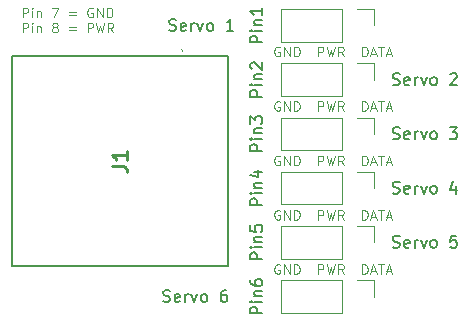
<source format=gbr>
%TF.GenerationSoftware,KiCad,Pcbnew,9.0.1*%
%TF.CreationDate,2025-04-27T11:51:01-04:00*%
%TF.ProjectId,ServoBreakout,53657276-6f42-4726-9561-6b6f75742e6b,rev?*%
%TF.SameCoordinates,Original*%
%TF.FileFunction,Legend,Top*%
%TF.FilePolarity,Positive*%
%FSLAX46Y46*%
G04 Gerber Fmt 4.6, Leading zero omitted, Abs format (unit mm)*
G04 Created by KiCad (PCBNEW 9.0.1) date 2025-04-27 11:51:01*
%MOMM*%
%LPD*%
G01*
G04 APERTURE LIST*
%ADD10C,0.100000*%
%ADD11C,0.254000*%
%ADD12C,0.150000*%
%ADD13C,0.200000*%
%ADD14C,0.120000*%
G04 APERTURE END LIST*
D10*
X123230312Y-89812990D02*
X123154122Y-89774895D01*
X123154122Y-89774895D02*
X123039836Y-89774895D01*
X123039836Y-89774895D02*
X122925550Y-89812990D01*
X122925550Y-89812990D02*
X122849360Y-89889180D01*
X122849360Y-89889180D02*
X122811265Y-89965371D01*
X122811265Y-89965371D02*
X122773169Y-90117752D01*
X122773169Y-90117752D02*
X122773169Y-90232038D01*
X122773169Y-90232038D02*
X122811265Y-90384419D01*
X122811265Y-90384419D02*
X122849360Y-90460609D01*
X122849360Y-90460609D02*
X122925550Y-90536800D01*
X122925550Y-90536800D02*
X123039836Y-90574895D01*
X123039836Y-90574895D02*
X123116027Y-90574895D01*
X123116027Y-90574895D02*
X123230312Y-90536800D01*
X123230312Y-90536800D02*
X123268408Y-90498704D01*
X123268408Y-90498704D02*
X123268408Y-90232038D01*
X123268408Y-90232038D02*
X123116027Y-90232038D01*
X123611265Y-90574895D02*
X123611265Y-89774895D01*
X123611265Y-89774895D02*
X124068408Y-90574895D01*
X124068408Y-90574895D02*
X124068408Y-89774895D01*
X124449360Y-90574895D02*
X124449360Y-89774895D01*
X124449360Y-89774895D02*
X124639836Y-89774895D01*
X124639836Y-89774895D02*
X124754122Y-89812990D01*
X124754122Y-89812990D02*
X124830312Y-89889180D01*
X124830312Y-89889180D02*
X124868407Y-89965371D01*
X124868407Y-89965371D02*
X124906503Y-90117752D01*
X124906503Y-90117752D02*
X124906503Y-90232038D01*
X124906503Y-90232038D02*
X124868407Y-90384419D01*
X124868407Y-90384419D02*
X124830312Y-90460609D01*
X124830312Y-90460609D02*
X124754122Y-90536800D01*
X124754122Y-90536800D02*
X124639836Y-90574895D01*
X124639836Y-90574895D02*
X124449360Y-90574895D01*
X126468408Y-90574895D02*
X126468408Y-89774895D01*
X126468408Y-89774895D02*
X126773170Y-89774895D01*
X126773170Y-89774895D02*
X126849360Y-89812990D01*
X126849360Y-89812990D02*
X126887455Y-89851085D01*
X126887455Y-89851085D02*
X126925551Y-89927276D01*
X126925551Y-89927276D02*
X126925551Y-90041561D01*
X126925551Y-90041561D02*
X126887455Y-90117752D01*
X126887455Y-90117752D02*
X126849360Y-90155847D01*
X126849360Y-90155847D02*
X126773170Y-90193942D01*
X126773170Y-90193942D02*
X126468408Y-90193942D01*
X127192217Y-89774895D02*
X127382693Y-90574895D01*
X127382693Y-90574895D02*
X127535074Y-90003466D01*
X127535074Y-90003466D02*
X127687455Y-90574895D01*
X127687455Y-90574895D02*
X127877932Y-89774895D01*
X128639837Y-90574895D02*
X128373170Y-90193942D01*
X128182694Y-90574895D02*
X128182694Y-89774895D01*
X128182694Y-89774895D02*
X128487456Y-89774895D01*
X128487456Y-89774895D02*
X128563646Y-89812990D01*
X128563646Y-89812990D02*
X128601741Y-89851085D01*
X128601741Y-89851085D02*
X128639837Y-89927276D01*
X128639837Y-89927276D02*
X128639837Y-90041561D01*
X128639837Y-90041561D02*
X128601741Y-90117752D01*
X128601741Y-90117752D02*
X128563646Y-90155847D01*
X128563646Y-90155847D02*
X128487456Y-90193942D01*
X128487456Y-90193942D02*
X128182694Y-90193942D01*
X130201742Y-90574895D02*
X130201742Y-89774895D01*
X130201742Y-89774895D02*
X130392218Y-89774895D01*
X130392218Y-89774895D02*
X130506504Y-89812990D01*
X130506504Y-89812990D02*
X130582694Y-89889180D01*
X130582694Y-89889180D02*
X130620789Y-89965371D01*
X130620789Y-89965371D02*
X130658885Y-90117752D01*
X130658885Y-90117752D02*
X130658885Y-90232038D01*
X130658885Y-90232038D02*
X130620789Y-90384419D01*
X130620789Y-90384419D02*
X130582694Y-90460609D01*
X130582694Y-90460609D02*
X130506504Y-90536800D01*
X130506504Y-90536800D02*
X130392218Y-90574895D01*
X130392218Y-90574895D02*
X130201742Y-90574895D01*
X130963646Y-90346323D02*
X131344599Y-90346323D01*
X130887456Y-90574895D02*
X131154123Y-89774895D01*
X131154123Y-89774895D02*
X131420789Y-90574895D01*
X131573170Y-89774895D02*
X132030313Y-89774895D01*
X131801741Y-90574895D02*
X131801741Y-89774895D01*
X132258884Y-90346323D02*
X132639837Y-90346323D01*
X132182694Y-90574895D02*
X132449361Y-89774895D01*
X132449361Y-89774895D02*
X132716027Y-90574895D01*
X123230312Y-85209240D02*
X123154122Y-85171145D01*
X123154122Y-85171145D02*
X123039836Y-85171145D01*
X123039836Y-85171145D02*
X122925550Y-85209240D01*
X122925550Y-85209240D02*
X122849360Y-85285430D01*
X122849360Y-85285430D02*
X122811265Y-85361621D01*
X122811265Y-85361621D02*
X122773169Y-85514002D01*
X122773169Y-85514002D02*
X122773169Y-85628288D01*
X122773169Y-85628288D02*
X122811265Y-85780669D01*
X122811265Y-85780669D02*
X122849360Y-85856859D01*
X122849360Y-85856859D02*
X122925550Y-85933050D01*
X122925550Y-85933050D02*
X123039836Y-85971145D01*
X123039836Y-85971145D02*
X123116027Y-85971145D01*
X123116027Y-85971145D02*
X123230312Y-85933050D01*
X123230312Y-85933050D02*
X123268408Y-85894954D01*
X123268408Y-85894954D02*
X123268408Y-85628288D01*
X123268408Y-85628288D02*
X123116027Y-85628288D01*
X123611265Y-85971145D02*
X123611265Y-85171145D01*
X123611265Y-85171145D02*
X124068408Y-85971145D01*
X124068408Y-85971145D02*
X124068408Y-85171145D01*
X124449360Y-85971145D02*
X124449360Y-85171145D01*
X124449360Y-85171145D02*
X124639836Y-85171145D01*
X124639836Y-85171145D02*
X124754122Y-85209240D01*
X124754122Y-85209240D02*
X124830312Y-85285430D01*
X124830312Y-85285430D02*
X124868407Y-85361621D01*
X124868407Y-85361621D02*
X124906503Y-85514002D01*
X124906503Y-85514002D02*
X124906503Y-85628288D01*
X124906503Y-85628288D02*
X124868407Y-85780669D01*
X124868407Y-85780669D02*
X124830312Y-85856859D01*
X124830312Y-85856859D02*
X124754122Y-85933050D01*
X124754122Y-85933050D02*
X124639836Y-85971145D01*
X124639836Y-85971145D02*
X124449360Y-85971145D01*
X126468408Y-85971145D02*
X126468408Y-85171145D01*
X126468408Y-85171145D02*
X126773170Y-85171145D01*
X126773170Y-85171145D02*
X126849360Y-85209240D01*
X126849360Y-85209240D02*
X126887455Y-85247335D01*
X126887455Y-85247335D02*
X126925551Y-85323526D01*
X126925551Y-85323526D02*
X126925551Y-85437811D01*
X126925551Y-85437811D02*
X126887455Y-85514002D01*
X126887455Y-85514002D02*
X126849360Y-85552097D01*
X126849360Y-85552097D02*
X126773170Y-85590192D01*
X126773170Y-85590192D02*
X126468408Y-85590192D01*
X127192217Y-85171145D02*
X127382693Y-85971145D01*
X127382693Y-85971145D02*
X127535074Y-85399716D01*
X127535074Y-85399716D02*
X127687455Y-85971145D01*
X127687455Y-85971145D02*
X127877932Y-85171145D01*
X128639837Y-85971145D02*
X128373170Y-85590192D01*
X128182694Y-85971145D02*
X128182694Y-85171145D01*
X128182694Y-85171145D02*
X128487456Y-85171145D01*
X128487456Y-85171145D02*
X128563646Y-85209240D01*
X128563646Y-85209240D02*
X128601741Y-85247335D01*
X128601741Y-85247335D02*
X128639837Y-85323526D01*
X128639837Y-85323526D02*
X128639837Y-85437811D01*
X128639837Y-85437811D02*
X128601741Y-85514002D01*
X128601741Y-85514002D02*
X128563646Y-85552097D01*
X128563646Y-85552097D02*
X128487456Y-85590192D01*
X128487456Y-85590192D02*
X128182694Y-85590192D01*
X130201742Y-85971145D02*
X130201742Y-85171145D01*
X130201742Y-85171145D02*
X130392218Y-85171145D01*
X130392218Y-85171145D02*
X130506504Y-85209240D01*
X130506504Y-85209240D02*
X130582694Y-85285430D01*
X130582694Y-85285430D02*
X130620789Y-85361621D01*
X130620789Y-85361621D02*
X130658885Y-85514002D01*
X130658885Y-85514002D02*
X130658885Y-85628288D01*
X130658885Y-85628288D02*
X130620789Y-85780669D01*
X130620789Y-85780669D02*
X130582694Y-85856859D01*
X130582694Y-85856859D02*
X130506504Y-85933050D01*
X130506504Y-85933050D02*
X130392218Y-85971145D01*
X130392218Y-85971145D02*
X130201742Y-85971145D01*
X130963646Y-85742573D02*
X131344599Y-85742573D01*
X130887456Y-85971145D02*
X131154123Y-85171145D01*
X131154123Y-85171145D02*
X131420789Y-85971145D01*
X131573170Y-85171145D02*
X132030313Y-85171145D01*
X131801741Y-85971145D02*
X131801741Y-85171145D01*
X132258884Y-85742573D02*
X132639837Y-85742573D01*
X132182694Y-85971145D02*
X132449361Y-85171145D01*
X132449361Y-85171145D02*
X132716027Y-85971145D01*
X123230312Y-76001740D02*
X123154122Y-75963645D01*
X123154122Y-75963645D02*
X123039836Y-75963645D01*
X123039836Y-75963645D02*
X122925550Y-76001740D01*
X122925550Y-76001740D02*
X122849360Y-76077930D01*
X122849360Y-76077930D02*
X122811265Y-76154121D01*
X122811265Y-76154121D02*
X122773169Y-76306502D01*
X122773169Y-76306502D02*
X122773169Y-76420788D01*
X122773169Y-76420788D02*
X122811265Y-76573169D01*
X122811265Y-76573169D02*
X122849360Y-76649359D01*
X122849360Y-76649359D02*
X122925550Y-76725550D01*
X122925550Y-76725550D02*
X123039836Y-76763645D01*
X123039836Y-76763645D02*
X123116027Y-76763645D01*
X123116027Y-76763645D02*
X123230312Y-76725550D01*
X123230312Y-76725550D02*
X123268408Y-76687454D01*
X123268408Y-76687454D02*
X123268408Y-76420788D01*
X123268408Y-76420788D02*
X123116027Y-76420788D01*
X123611265Y-76763645D02*
X123611265Y-75963645D01*
X123611265Y-75963645D02*
X124068408Y-76763645D01*
X124068408Y-76763645D02*
X124068408Y-75963645D01*
X124449360Y-76763645D02*
X124449360Y-75963645D01*
X124449360Y-75963645D02*
X124639836Y-75963645D01*
X124639836Y-75963645D02*
X124754122Y-76001740D01*
X124754122Y-76001740D02*
X124830312Y-76077930D01*
X124830312Y-76077930D02*
X124868407Y-76154121D01*
X124868407Y-76154121D02*
X124906503Y-76306502D01*
X124906503Y-76306502D02*
X124906503Y-76420788D01*
X124906503Y-76420788D02*
X124868407Y-76573169D01*
X124868407Y-76573169D02*
X124830312Y-76649359D01*
X124830312Y-76649359D02*
X124754122Y-76725550D01*
X124754122Y-76725550D02*
X124639836Y-76763645D01*
X124639836Y-76763645D02*
X124449360Y-76763645D01*
X126468408Y-76763645D02*
X126468408Y-75963645D01*
X126468408Y-75963645D02*
X126773170Y-75963645D01*
X126773170Y-75963645D02*
X126849360Y-76001740D01*
X126849360Y-76001740D02*
X126887455Y-76039835D01*
X126887455Y-76039835D02*
X126925551Y-76116026D01*
X126925551Y-76116026D02*
X126925551Y-76230311D01*
X126925551Y-76230311D02*
X126887455Y-76306502D01*
X126887455Y-76306502D02*
X126849360Y-76344597D01*
X126849360Y-76344597D02*
X126773170Y-76382692D01*
X126773170Y-76382692D02*
X126468408Y-76382692D01*
X127192217Y-75963645D02*
X127382693Y-76763645D01*
X127382693Y-76763645D02*
X127535074Y-76192216D01*
X127535074Y-76192216D02*
X127687455Y-76763645D01*
X127687455Y-76763645D02*
X127877932Y-75963645D01*
X128639837Y-76763645D02*
X128373170Y-76382692D01*
X128182694Y-76763645D02*
X128182694Y-75963645D01*
X128182694Y-75963645D02*
X128487456Y-75963645D01*
X128487456Y-75963645D02*
X128563646Y-76001740D01*
X128563646Y-76001740D02*
X128601741Y-76039835D01*
X128601741Y-76039835D02*
X128639837Y-76116026D01*
X128639837Y-76116026D02*
X128639837Y-76230311D01*
X128639837Y-76230311D02*
X128601741Y-76306502D01*
X128601741Y-76306502D02*
X128563646Y-76344597D01*
X128563646Y-76344597D02*
X128487456Y-76382692D01*
X128487456Y-76382692D02*
X128182694Y-76382692D01*
X130201742Y-76763645D02*
X130201742Y-75963645D01*
X130201742Y-75963645D02*
X130392218Y-75963645D01*
X130392218Y-75963645D02*
X130506504Y-76001740D01*
X130506504Y-76001740D02*
X130582694Y-76077930D01*
X130582694Y-76077930D02*
X130620789Y-76154121D01*
X130620789Y-76154121D02*
X130658885Y-76306502D01*
X130658885Y-76306502D02*
X130658885Y-76420788D01*
X130658885Y-76420788D02*
X130620789Y-76573169D01*
X130620789Y-76573169D02*
X130582694Y-76649359D01*
X130582694Y-76649359D02*
X130506504Y-76725550D01*
X130506504Y-76725550D02*
X130392218Y-76763645D01*
X130392218Y-76763645D02*
X130201742Y-76763645D01*
X130963646Y-76535073D02*
X131344599Y-76535073D01*
X130887456Y-76763645D02*
X131154123Y-75963645D01*
X131154123Y-75963645D02*
X131420789Y-76763645D01*
X131573170Y-75963645D02*
X132030313Y-75963645D01*
X131801741Y-76763645D02*
X131801741Y-75963645D01*
X132258884Y-76535073D02*
X132639837Y-76535073D01*
X132182694Y-76763645D02*
X132449361Y-75963645D01*
X132449361Y-75963645D02*
X132716027Y-76763645D01*
X123230312Y-80605490D02*
X123154122Y-80567395D01*
X123154122Y-80567395D02*
X123039836Y-80567395D01*
X123039836Y-80567395D02*
X122925550Y-80605490D01*
X122925550Y-80605490D02*
X122849360Y-80681680D01*
X122849360Y-80681680D02*
X122811265Y-80757871D01*
X122811265Y-80757871D02*
X122773169Y-80910252D01*
X122773169Y-80910252D02*
X122773169Y-81024538D01*
X122773169Y-81024538D02*
X122811265Y-81176919D01*
X122811265Y-81176919D02*
X122849360Y-81253109D01*
X122849360Y-81253109D02*
X122925550Y-81329300D01*
X122925550Y-81329300D02*
X123039836Y-81367395D01*
X123039836Y-81367395D02*
X123116027Y-81367395D01*
X123116027Y-81367395D02*
X123230312Y-81329300D01*
X123230312Y-81329300D02*
X123268408Y-81291204D01*
X123268408Y-81291204D02*
X123268408Y-81024538D01*
X123268408Y-81024538D02*
X123116027Y-81024538D01*
X123611265Y-81367395D02*
X123611265Y-80567395D01*
X123611265Y-80567395D02*
X124068408Y-81367395D01*
X124068408Y-81367395D02*
X124068408Y-80567395D01*
X124449360Y-81367395D02*
X124449360Y-80567395D01*
X124449360Y-80567395D02*
X124639836Y-80567395D01*
X124639836Y-80567395D02*
X124754122Y-80605490D01*
X124754122Y-80605490D02*
X124830312Y-80681680D01*
X124830312Y-80681680D02*
X124868407Y-80757871D01*
X124868407Y-80757871D02*
X124906503Y-80910252D01*
X124906503Y-80910252D02*
X124906503Y-81024538D01*
X124906503Y-81024538D02*
X124868407Y-81176919D01*
X124868407Y-81176919D02*
X124830312Y-81253109D01*
X124830312Y-81253109D02*
X124754122Y-81329300D01*
X124754122Y-81329300D02*
X124639836Y-81367395D01*
X124639836Y-81367395D02*
X124449360Y-81367395D01*
X126468408Y-81367395D02*
X126468408Y-80567395D01*
X126468408Y-80567395D02*
X126773170Y-80567395D01*
X126773170Y-80567395D02*
X126849360Y-80605490D01*
X126849360Y-80605490D02*
X126887455Y-80643585D01*
X126887455Y-80643585D02*
X126925551Y-80719776D01*
X126925551Y-80719776D02*
X126925551Y-80834061D01*
X126925551Y-80834061D02*
X126887455Y-80910252D01*
X126887455Y-80910252D02*
X126849360Y-80948347D01*
X126849360Y-80948347D02*
X126773170Y-80986442D01*
X126773170Y-80986442D02*
X126468408Y-80986442D01*
X127192217Y-80567395D02*
X127382693Y-81367395D01*
X127382693Y-81367395D02*
X127535074Y-80795966D01*
X127535074Y-80795966D02*
X127687455Y-81367395D01*
X127687455Y-81367395D02*
X127877932Y-80567395D01*
X128639837Y-81367395D02*
X128373170Y-80986442D01*
X128182694Y-81367395D02*
X128182694Y-80567395D01*
X128182694Y-80567395D02*
X128487456Y-80567395D01*
X128487456Y-80567395D02*
X128563646Y-80605490D01*
X128563646Y-80605490D02*
X128601741Y-80643585D01*
X128601741Y-80643585D02*
X128639837Y-80719776D01*
X128639837Y-80719776D02*
X128639837Y-80834061D01*
X128639837Y-80834061D02*
X128601741Y-80910252D01*
X128601741Y-80910252D02*
X128563646Y-80948347D01*
X128563646Y-80948347D02*
X128487456Y-80986442D01*
X128487456Y-80986442D02*
X128182694Y-80986442D01*
X130201742Y-81367395D02*
X130201742Y-80567395D01*
X130201742Y-80567395D02*
X130392218Y-80567395D01*
X130392218Y-80567395D02*
X130506504Y-80605490D01*
X130506504Y-80605490D02*
X130582694Y-80681680D01*
X130582694Y-80681680D02*
X130620789Y-80757871D01*
X130620789Y-80757871D02*
X130658885Y-80910252D01*
X130658885Y-80910252D02*
X130658885Y-81024538D01*
X130658885Y-81024538D02*
X130620789Y-81176919D01*
X130620789Y-81176919D02*
X130582694Y-81253109D01*
X130582694Y-81253109D02*
X130506504Y-81329300D01*
X130506504Y-81329300D02*
X130392218Y-81367395D01*
X130392218Y-81367395D02*
X130201742Y-81367395D01*
X130963646Y-81138823D02*
X131344599Y-81138823D01*
X130887456Y-81367395D02*
X131154123Y-80567395D01*
X131154123Y-80567395D02*
X131420789Y-81367395D01*
X131573170Y-80567395D02*
X132030313Y-80567395D01*
X131801741Y-81367395D02*
X131801741Y-80567395D01*
X132258884Y-81138823D02*
X132639837Y-81138823D01*
X132182694Y-81367395D02*
X132449361Y-80567395D01*
X132449361Y-80567395D02*
X132716027Y-81367395D01*
X123230312Y-71397990D02*
X123154122Y-71359895D01*
X123154122Y-71359895D02*
X123039836Y-71359895D01*
X123039836Y-71359895D02*
X122925550Y-71397990D01*
X122925550Y-71397990D02*
X122849360Y-71474180D01*
X122849360Y-71474180D02*
X122811265Y-71550371D01*
X122811265Y-71550371D02*
X122773169Y-71702752D01*
X122773169Y-71702752D02*
X122773169Y-71817038D01*
X122773169Y-71817038D02*
X122811265Y-71969419D01*
X122811265Y-71969419D02*
X122849360Y-72045609D01*
X122849360Y-72045609D02*
X122925550Y-72121800D01*
X122925550Y-72121800D02*
X123039836Y-72159895D01*
X123039836Y-72159895D02*
X123116027Y-72159895D01*
X123116027Y-72159895D02*
X123230312Y-72121800D01*
X123230312Y-72121800D02*
X123268408Y-72083704D01*
X123268408Y-72083704D02*
X123268408Y-71817038D01*
X123268408Y-71817038D02*
X123116027Y-71817038D01*
X123611265Y-72159895D02*
X123611265Y-71359895D01*
X123611265Y-71359895D02*
X124068408Y-72159895D01*
X124068408Y-72159895D02*
X124068408Y-71359895D01*
X124449360Y-72159895D02*
X124449360Y-71359895D01*
X124449360Y-71359895D02*
X124639836Y-71359895D01*
X124639836Y-71359895D02*
X124754122Y-71397990D01*
X124754122Y-71397990D02*
X124830312Y-71474180D01*
X124830312Y-71474180D02*
X124868407Y-71550371D01*
X124868407Y-71550371D02*
X124906503Y-71702752D01*
X124906503Y-71702752D02*
X124906503Y-71817038D01*
X124906503Y-71817038D02*
X124868407Y-71969419D01*
X124868407Y-71969419D02*
X124830312Y-72045609D01*
X124830312Y-72045609D02*
X124754122Y-72121800D01*
X124754122Y-72121800D02*
X124639836Y-72159895D01*
X124639836Y-72159895D02*
X124449360Y-72159895D01*
X126468408Y-72159895D02*
X126468408Y-71359895D01*
X126468408Y-71359895D02*
X126773170Y-71359895D01*
X126773170Y-71359895D02*
X126849360Y-71397990D01*
X126849360Y-71397990D02*
X126887455Y-71436085D01*
X126887455Y-71436085D02*
X126925551Y-71512276D01*
X126925551Y-71512276D02*
X126925551Y-71626561D01*
X126925551Y-71626561D02*
X126887455Y-71702752D01*
X126887455Y-71702752D02*
X126849360Y-71740847D01*
X126849360Y-71740847D02*
X126773170Y-71778942D01*
X126773170Y-71778942D02*
X126468408Y-71778942D01*
X127192217Y-71359895D02*
X127382693Y-72159895D01*
X127382693Y-72159895D02*
X127535074Y-71588466D01*
X127535074Y-71588466D02*
X127687455Y-72159895D01*
X127687455Y-72159895D02*
X127877932Y-71359895D01*
X128639837Y-72159895D02*
X128373170Y-71778942D01*
X128182694Y-72159895D02*
X128182694Y-71359895D01*
X128182694Y-71359895D02*
X128487456Y-71359895D01*
X128487456Y-71359895D02*
X128563646Y-71397990D01*
X128563646Y-71397990D02*
X128601741Y-71436085D01*
X128601741Y-71436085D02*
X128639837Y-71512276D01*
X128639837Y-71512276D02*
X128639837Y-71626561D01*
X128639837Y-71626561D02*
X128601741Y-71702752D01*
X128601741Y-71702752D02*
X128563646Y-71740847D01*
X128563646Y-71740847D02*
X128487456Y-71778942D01*
X128487456Y-71778942D02*
X128182694Y-71778942D01*
X130201742Y-72159895D02*
X130201742Y-71359895D01*
X130201742Y-71359895D02*
X130392218Y-71359895D01*
X130392218Y-71359895D02*
X130506504Y-71397990D01*
X130506504Y-71397990D02*
X130582694Y-71474180D01*
X130582694Y-71474180D02*
X130620789Y-71550371D01*
X130620789Y-71550371D02*
X130658885Y-71702752D01*
X130658885Y-71702752D02*
X130658885Y-71817038D01*
X130658885Y-71817038D02*
X130620789Y-71969419D01*
X130620789Y-71969419D02*
X130582694Y-72045609D01*
X130582694Y-72045609D02*
X130506504Y-72121800D01*
X130506504Y-72121800D02*
X130392218Y-72159895D01*
X130392218Y-72159895D02*
X130201742Y-72159895D01*
X130963646Y-71931323D02*
X131344599Y-71931323D01*
X130887456Y-72159895D02*
X131154123Y-71359895D01*
X131154123Y-71359895D02*
X131420789Y-72159895D01*
X131573170Y-71359895D02*
X132030313Y-71359895D01*
X131801741Y-72159895D02*
X131801741Y-71359895D01*
X132258884Y-71931323D02*
X132639837Y-71931323D01*
X132182694Y-72159895D02*
X132449361Y-71359895D01*
X132449361Y-71359895D02*
X132716027Y-72159895D01*
X101475265Y-68839940D02*
X101475265Y-68039940D01*
X101475265Y-68039940D02*
X101780027Y-68039940D01*
X101780027Y-68039940D02*
X101856217Y-68078035D01*
X101856217Y-68078035D02*
X101894312Y-68116130D01*
X101894312Y-68116130D02*
X101932408Y-68192321D01*
X101932408Y-68192321D02*
X101932408Y-68306606D01*
X101932408Y-68306606D02*
X101894312Y-68382797D01*
X101894312Y-68382797D02*
X101856217Y-68420892D01*
X101856217Y-68420892D02*
X101780027Y-68458987D01*
X101780027Y-68458987D02*
X101475265Y-68458987D01*
X102275265Y-68839940D02*
X102275265Y-68306606D01*
X102275265Y-68039940D02*
X102237169Y-68078035D01*
X102237169Y-68078035D02*
X102275265Y-68116130D01*
X102275265Y-68116130D02*
X102313360Y-68078035D01*
X102313360Y-68078035D02*
X102275265Y-68039940D01*
X102275265Y-68039940D02*
X102275265Y-68116130D01*
X102656217Y-68306606D02*
X102656217Y-68839940D01*
X102656217Y-68382797D02*
X102694312Y-68344702D01*
X102694312Y-68344702D02*
X102770502Y-68306606D01*
X102770502Y-68306606D02*
X102884788Y-68306606D01*
X102884788Y-68306606D02*
X102960979Y-68344702D01*
X102960979Y-68344702D02*
X102999074Y-68420892D01*
X102999074Y-68420892D02*
X102999074Y-68839940D01*
X103913360Y-68039940D02*
X104446694Y-68039940D01*
X104446694Y-68039940D02*
X104103836Y-68839940D01*
X105360980Y-68420892D02*
X105970504Y-68420892D01*
X105970504Y-68649464D02*
X105360980Y-68649464D01*
X107380027Y-68078035D02*
X107303837Y-68039940D01*
X107303837Y-68039940D02*
X107189551Y-68039940D01*
X107189551Y-68039940D02*
X107075265Y-68078035D01*
X107075265Y-68078035D02*
X106999075Y-68154225D01*
X106999075Y-68154225D02*
X106960980Y-68230416D01*
X106960980Y-68230416D02*
X106922884Y-68382797D01*
X106922884Y-68382797D02*
X106922884Y-68497083D01*
X106922884Y-68497083D02*
X106960980Y-68649464D01*
X106960980Y-68649464D02*
X106999075Y-68725654D01*
X106999075Y-68725654D02*
X107075265Y-68801845D01*
X107075265Y-68801845D02*
X107189551Y-68839940D01*
X107189551Y-68839940D02*
X107265742Y-68839940D01*
X107265742Y-68839940D02*
X107380027Y-68801845D01*
X107380027Y-68801845D02*
X107418123Y-68763749D01*
X107418123Y-68763749D02*
X107418123Y-68497083D01*
X107418123Y-68497083D02*
X107265742Y-68497083D01*
X107760980Y-68839940D02*
X107760980Y-68039940D01*
X107760980Y-68039940D02*
X108218123Y-68839940D01*
X108218123Y-68839940D02*
X108218123Y-68039940D01*
X108599075Y-68839940D02*
X108599075Y-68039940D01*
X108599075Y-68039940D02*
X108789551Y-68039940D01*
X108789551Y-68039940D02*
X108903837Y-68078035D01*
X108903837Y-68078035D02*
X108980027Y-68154225D01*
X108980027Y-68154225D02*
X109018122Y-68230416D01*
X109018122Y-68230416D02*
X109056218Y-68382797D01*
X109056218Y-68382797D02*
X109056218Y-68497083D01*
X109056218Y-68497083D02*
X109018122Y-68649464D01*
X109018122Y-68649464D02*
X108980027Y-68725654D01*
X108980027Y-68725654D02*
X108903837Y-68801845D01*
X108903837Y-68801845D02*
X108789551Y-68839940D01*
X108789551Y-68839940D02*
X108599075Y-68839940D01*
X101475265Y-70127895D02*
X101475265Y-69327895D01*
X101475265Y-69327895D02*
X101780027Y-69327895D01*
X101780027Y-69327895D02*
X101856217Y-69365990D01*
X101856217Y-69365990D02*
X101894312Y-69404085D01*
X101894312Y-69404085D02*
X101932408Y-69480276D01*
X101932408Y-69480276D02*
X101932408Y-69594561D01*
X101932408Y-69594561D02*
X101894312Y-69670752D01*
X101894312Y-69670752D02*
X101856217Y-69708847D01*
X101856217Y-69708847D02*
X101780027Y-69746942D01*
X101780027Y-69746942D02*
X101475265Y-69746942D01*
X102275265Y-70127895D02*
X102275265Y-69594561D01*
X102275265Y-69327895D02*
X102237169Y-69365990D01*
X102237169Y-69365990D02*
X102275265Y-69404085D01*
X102275265Y-69404085D02*
X102313360Y-69365990D01*
X102313360Y-69365990D02*
X102275265Y-69327895D01*
X102275265Y-69327895D02*
X102275265Y-69404085D01*
X102656217Y-69594561D02*
X102656217Y-70127895D01*
X102656217Y-69670752D02*
X102694312Y-69632657D01*
X102694312Y-69632657D02*
X102770502Y-69594561D01*
X102770502Y-69594561D02*
X102884788Y-69594561D01*
X102884788Y-69594561D02*
X102960979Y-69632657D01*
X102960979Y-69632657D02*
X102999074Y-69708847D01*
X102999074Y-69708847D02*
X102999074Y-70127895D01*
X104103836Y-69670752D02*
X104027646Y-69632657D01*
X104027646Y-69632657D02*
X103989551Y-69594561D01*
X103989551Y-69594561D02*
X103951455Y-69518371D01*
X103951455Y-69518371D02*
X103951455Y-69480276D01*
X103951455Y-69480276D02*
X103989551Y-69404085D01*
X103989551Y-69404085D02*
X104027646Y-69365990D01*
X104027646Y-69365990D02*
X104103836Y-69327895D01*
X104103836Y-69327895D02*
X104256217Y-69327895D01*
X104256217Y-69327895D02*
X104332408Y-69365990D01*
X104332408Y-69365990D02*
X104370503Y-69404085D01*
X104370503Y-69404085D02*
X104408598Y-69480276D01*
X104408598Y-69480276D02*
X104408598Y-69518371D01*
X104408598Y-69518371D02*
X104370503Y-69594561D01*
X104370503Y-69594561D02*
X104332408Y-69632657D01*
X104332408Y-69632657D02*
X104256217Y-69670752D01*
X104256217Y-69670752D02*
X104103836Y-69670752D01*
X104103836Y-69670752D02*
X104027646Y-69708847D01*
X104027646Y-69708847D02*
X103989551Y-69746942D01*
X103989551Y-69746942D02*
X103951455Y-69823133D01*
X103951455Y-69823133D02*
X103951455Y-69975514D01*
X103951455Y-69975514D02*
X103989551Y-70051704D01*
X103989551Y-70051704D02*
X104027646Y-70089800D01*
X104027646Y-70089800D02*
X104103836Y-70127895D01*
X104103836Y-70127895D02*
X104256217Y-70127895D01*
X104256217Y-70127895D02*
X104332408Y-70089800D01*
X104332408Y-70089800D02*
X104370503Y-70051704D01*
X104370503Y-70051704D02*
X104408598Y-69975514D01*
X104408598Y-69975514D02*
X104408598Y-69823133D01*
X104408598Y-69823133D02*
X104370503Y-69746942D01*
X104370503Y-69746942D02*
X104332408Y-69708847D01*
X104332408Y-69708847D02*
X104256217Y-69670752D01*
X105360980Y-69708847D02*
X105970504Y-69708847D01*
X105970504Y-69937419D02*
X105360980Y-69937419D01*
X106960980Y-70127895D02*
X106960980Y-69327895D01*
X106960980Y-69327895D02*
X107265742Y-69327895D01*
X107265742Y-69327895D02*
X107341932Y-69365990D01*
X107341932Y-69365990D02*
X107380027Y-69404085D01*
X107380027Y-69404085D02*
X107418123Y-69480276D01*
X107418123Y-69480276D02*
X107418123Y-69594561D01*
X107418123Y-69594561D02*
X107380027Y-69670752D01*
X107380027Y-69670752D02*
X107341932Y-69708847D01*
X107341932Y-69708847D02*
X107265742Y-69746942D01*
X107265742Y-69746942D02*
X106960980Y-69746942D01*
X107684789Y-69327895D02*
X107875265Y-70127895D01*
X107875265Y-70127895D02*
X108027646Y-69556466D01*
X108027646Y-69556466D02*
X108180027Y-70127895D01*
X108180027Y-70127895D02*
X108370504Y-69327895D01*
X109132409Y-70127895D02*
X108865742Y-69746942D01*
X108675266Y-70127895D02*
X108675266Y-69327895D01*
X108675266Y-69327895D02*
X108980028Y-69327895D01*
X108980028Y-69327895D02*
X109056218Y-69365990D01*
X109056218Y-69365990D02*
X109094313Y-69404085D01*
X109094313Y-69404085D02*
X109132409Y-69480276D01*
X109132409Y-69480276D02*
X109132409Y-69594561D01*
X109132409Y-69594561D02*
X109094313Y-69670752D01*
X109094313Y-69670752D02*
X109056218Y-69708847D01*
X109056218Y-69708847D02*
X108980028Y-69746942D01*
X108980028Y-69746942D02*
X108675266Y-69746942D01*
D11*
X109019318Y-81449332D02*
X109926461Y-81449332D01*
X109926461Y-81449332D02*
X110107889Y-81509809D01*
X110107889Y-81509809D02*
X110228842Y-81630761D01*
X110228842Y-81630761D02*
X110289318Y-81812190D01*
X110289318Y-81812190D02*
X110289318Y-81933142D01*
X110289318Y-80179332D02*
X110289318Y-80905047D01*
X110289318Y-80542190D02*
X109019318Y-80542190D01*
X109019318Y-80542190D02*
X109200746Y-80663142D01*
X109200746Y-80663142D02*
X109321699Y-80784094D01*
X109321699Y-80784094D02*
X109382175Y-80905047D01*
D12*
X121739819Y-75560570D02*
X120739819Y-75560570D01*
X120739819Y-75560570D02*
X120739819Y-75179618D01*
X120739819Y-75179618D02*
X120787438Y-75084380D01*
X120787438Y-75084380D02*
X120835057Y-75036761D01*
X120835057Y-75036761D02*
X120930295Y-74989142D01*
X120930295Y-74989142D02*
X121073152Y-74989142D01*
X121073152Y-74989142D02*
X121168390Y-75036761D01*
X121168390Y-75036761D02*
X121216009Y-75084380D01*
X121216009Y-75084380D02*
X121263628Y-75179618D01*
X121263628Y-75179618D02*
X121263628Y-75560570D01*
X121739819Y-74560570D02*
X121073152Y-74560570D01*
X120739819Y-74560570D02*
X120787438Y-74608189D01*
X120787438Y-74608189D02*
X120835057Y-74560570D01*
X120835057Y-74560570D02*
X120787438Y-74512951D01*
X120787438Y-74512951D02*
X120739819Y-74560570D01*
X120739819Y-74560570D02*
X120835057Y-74560570D01*
X121073152Y-74084380D02*
X121739819Y-74084380D01*
X121168390Y-74084380D02*
X121120771Y-74036761D01*
X121120771Y-74036761D02*
X121073152Y-73941523D01*
X121073152Y-73941523D02*
X121073152Y-73798666D01*
X121073152Y-73798666D02*
X121120771Y-73703428D01*
X121120771Y-73703428D02*
X121216009Y-73655809D01*
X121216009Y-73655809D02*
X121739819Y-73655809D01*
X120835057Y-73227237D02*
X120787438Y-73179618D01*
X120787438Y-73179618D02*
X120739819Y-73084380D01*
X120739819Y-73084380D02*
X120739819Y-72846285D01*
X120739819Y-72846285D02*
X120787438Y-72751047D01*
X120787438Y-72751047D02*
X120835057Y-72703428D01*
X120835057Y-72703428D02*
X120930295Y-72655809D01*
X120930295Y-72655809D02*
X121025533Y-72655809D01*
X121025533Y-72655809D02*
X121168390Y-72703428D01*
X121168390Y-72703428D02*
X121739819Y-73274856D01*
X121739819Y-73274856D02*
X121739819Y-72655809D01*
X132794714Y-74539200D02*
X132937571Y-74586819D01*
X132937571Y-74586819D02*
X133175666Y-74586819D01*
X133175666Y-74586819D02*
X133270904Y-74539200D01*
X133270904Y-74539200D02*
X133318523Y-74491580D01*
X133318523Y-74491580D02*
X133366142Y-74396342D01*
X133366142Y-74396342D02*
X133366142Y-74301104D01*
X133366142Y-74301104D02*
X133318523Y-74205866D01*
X133318523Y-74205866D02*
X133270904Y-74158247D01*
X133270904Y-74158247D02*
X133175666Y-74110628D01*
X133175666Y-74110628D02*
X132985190Y-74063009D01*
X132985190Y-74063009D02*
X132889952Y-74015390D01*
X132889952Y-74015390D02*
X132842333Y-73967771D01*
X132842333Y-73967771D02*
X132794714Y-73872533D01*
X132794714Y-73872533D02*
X132794714Y-73777295D01*
X132794714Y-73777295D02*
X132842333Y-73682057D01*
X132842333Y-73682057D02*
X132889952Y-73634438D01*
X132889952Y-73634438D02*
X132985190Y-73586819D01*
X132985190Y-73586819D02*
X133223285Y-73586819D01*
X133223285Y-73586819D02*
X133366142Y-73634438D01*
X134175666Y-74539200D02*
X134080428Y-74586819D01*
X134080428Y-74586819D02*
X133889952Y-74586819D01*
X133889952Y-74586819D02*
X133794714Y-74539200D01*
X133794714Y-74539200D02*
X133747095Y-74443961D01*
X133747095Y-74443961D02*
X133747095Y-74063009D01*
X133747095Y-74063009D02*
X133794714Y-73967771D01*
X133794714Y-73967771D02*
X133889952Y-73920152D01*
X133889952Y-73920152D02*
X134080428Y-73920152D01*
X134080428Y-73920152D02*
X134175666Y-73967771D01*
X134175666Y-73967771D02*
X134223285Y-74063009D01*
X134223285Y-74063009D02*
X134223285Y-74158247D01*
X134223285Y-74158247D02*
X133747095Y-74253485D01*
X134651857Y-74586819D02*
X134651857Y-73920152D01*
X134651857Y-74110628D02*
X134699476Y-74015390D01*
X134699476Y-74015390D02*
X134747095Y-73967771D01*
X134747095Y-73967771D02*
X134842333Y-73920152D01*
X134842333Y-73920152D02*
X134937571Y-73920152D01*
X135175667Y-73920152D02*
X135413762Y-74586819D01*
X135413762Y-74586819D02*
X135651857Y-73920152D01*
X136175667Y-74586819D02*
X136080429Y-74539200D01*
X136080429Y-74539200D02*
X136032810Y-74491580D01*
X136032810Y-74491580D02*
X135985191Y-74396342D01*
X135985191Y-74396342D02*
X135985191Y-74110628D01*
X135985191Y-74110628D02*
X136032810Y-74015390D01*
X136032810Y-74015390D02*
X136080429Y-73967771D01*
X136080429Y-73967771D02*
X136175667Y-73920152D01*
X136175667Y-73920152D02*
X136318524Y-73920152D01*
X136318524Y-73920152D02*
X136413762Y-73967771D01*
X136413762Y-73967771D02*
X136461381Y-74015390D01*
X136461381Y-74015390D02*
X136509000Y-74110628D01*
X136509000Y-74110628D02*
X136509000Y-74396342D01*
X136509000Y-74396342D02*
X136461381Y-74491580D01*
X136461381Y-74491580D02*
X136413762Y-74539200D01*
X136413762Y-74539200D02*
X136318524Y-74586819D01*
X136318524Y-74586819D02*
X136175667Y-74586819D01*
X137651858Y-73682057D02*
X137699477Y-73634438D01*
X137699477Y-73634438D02*
X137794715Y-73586819D01*
X137794715Y-73586819D02*
X138032810Y-73586819D01*
X138032810Y-73586819D02*
X138128048Y-73634438D01*
X138128048Y-73634438D02*
X138175667Y-73682057D01*
X138175667Y-73682057D02*
X138223286Y-73777295D01*
X138223286Y-73777295D02*
X138223286Y-73872533D01*
X138223286Y-73872533D02*
X138175667Y-74015390D01*
X138175667Y-74015390D02*
X137604239Y-74586819D01*
X137604239Y-74586819D02*
X138223286Y-74586819D01*
X121739819Y-89330570D02*
X120739819Y-89330570D01*
X120739819Y-89330570D02*
X120739819Y-88949618D01*
X120739819Y-88949618D02*
X120787438Y-88854380D01*
X120787438Y-88854380D02*
X120835057Y-88806761D01*
X120835057Y-88806761D02*
X120930295Y-88759142D01*
X120930295Y-88759142D02*
X121073152Y-88759142D01*
X121073152Y-88759142D02*
X121168390Y-88806761D01*
X121168390Y-88806761D02*
X121216009Y-88854380D01*
X121216009Y-88854380D02*
X121263628Y-88949618D01*
X121263628Y-88949618D02*
X121263628Y-89330570D01*
X121739819Y-88330570D02*
X121073152Y-88330570D01*
X120739819Y-88330570D02*
X120787438Y-88378189D01*
X120787438Y-88378189D02*
X120835057Y-88330570D01*
X120835057Y-88330570D02*
X120787438Y-88282951D01*
X120787438Y-88282951D02*
X120739819Y-88330570D01*
X120739819Y-88330570D02*
X120835057Y-88330570D01*
X121073152Y-87854380D02*
X121739819Y-87854380D01*
X121168390Y-87854380D02*
X121120771Y-87806761D01*
X121120771Y-87806761D02*
X121073152Y-87711523D01*
X121073152Y-87711523D02*
X121073152Y-87568666D01*
X121073152Y-87568666D02*
X121120771Y-87473428D01*
X121120771Y-87473428D02*
X121216009Y-87425809D01*
X121216009Y-87425809D02*
X121739819Y-87425809D01*
X120739819Y-86473428D02*
X120739819Y-86949618D01*
X120739819Y-86949618D02*
X121216009Y-86997237D01*
X121216009Y-86997237D02*
X121168390Y-86949618D01*
X121168390Y-86949618D02*
X121120771Y-86854380D01*
X121120771Y-86854380D02*
X121120771Y-86616285D01*
X121120771Y-86616285D02*
X121168390Y-86521047D01*
X121168390Y-86521047D02*
X121216009Y-86473428D01*
X121216009Y-86473428D02*
X121311247Y-86425809D01*
X121311247Y-86425809D02*
X121549342Y-86425809D01*
X121549342Y-86425809D02*
X121644580Y-86473428D01*
X121644580Y-86473428D02*
X121692200Y-86521047D01*
X121692200Y-86521047D02*
X121739819Y-86616285D01*
X121739819Y-86616285D02*
X121739819Y-86854380D01*
X121739819Y-86854380D02*
X121692200Y-86949618D01*
X121692200Y-86949618D02*
X121644580Y-86997237D01*
X132794714Y-88309200D02*
X132937571Y-88356819D01*
X132937571Y-88356819D02*
X133175666Y-88356819D01*
X133175666Y-88356819D02*
X133270904Y-88309200D01*
X133270904Y-88309200D02*
X133318523Y-88261580D01*
X133318523Y-88261580D02*
X133366142Y-88166342D01*
X133366142Y-88166342D02*
X133366142Y-88071104D01*
X133366142Y-88071104D02*
X133318523Y-87975866D01*
X133318523Y-87975866D02*
X133270904Y-87928247D01*
X133270904Y-87928247D02*
X133175666Y-87880628D01*
X133175666Y-87880628D02*
X132985190Y-87833009D01*
X132985190Y-87833009D02*
X132889952Y-87785390D01*
X132889952Y-87785390D02*
X132842333Y-87737771D01*
X132842333Y-87737771D02*
X132794714Y-87642533D01*
X132794714Y-87642533D02*
X132794714Y-87547295D01*
X132794714Y-87547295D02*
X132842333Y-87452057D01*
X132842333Y-87452057D02*
X132889952Y-87404438D01*
X132889952Y-87404438D02*
X132985190Y-87356819D01*
X132985190Y-87356819D02*
X133223285Y-87356819D01*
X133223285Y-87356819D02*
X133366142Y-87404438D01*
X134175666Y-88309200D02*
X134080428Y-88356819D01*
X134080428Y-88356819D02*
X133889952Y-88356819D01*
X133889952Y-88356819D02*
X133794714Y-88309200D01*
X133794714Y-88309200D02*
X133747095Y-88213961D01*
X133747095Y-88213961D02*
X133747095Y-87833009D01*
X133747095Y-87833009D02*
X133794714Y-87737771D01*
X133794714Y-87737771D02*
X133889952Y-87690152D01*
X133889952Y-87690152D02*
X134080428Y-87690152D01*
X134080428Y-87690152D02*
X134175666Y-87737771D01*
X134175666Y-87737771D02*
X134223285Y-87833009D01*
X134223285Y-87833009D02*
X134223285Y-87928247D01*
X134223285Y-87928247D02*
X133747095Y-88023485D01*
X134651857Y-88356819D02*
X134651857Y-87690152D01*
X134651857Y-87880628D02*
X134699476Y-87785390D01*
X134699476Y-87785390D02*
X134747095Y-87737771D01*
X134747095Y-87737771D02*
X134842333Y-87690152D01*
X134842333Y-87690152D02*
X134937571Y-87690152D01*
X135175667Y-87690152D02*
X135413762Y-88356819D01*
X135413762Y-88356819D02*
X135651857Y-87690152D01*
X136175667Y-88356819D02*
X136080429Y-88309200D01*
X136080429Y-88309200D02*
X136032810Y-88261580D01*
X136032810Y-88261580D02*
X135985191Y-88166342D01*
X135985191Y-88166342D02*
X135985191Y-87880628D01*
X135985191Y-87880628D02*
X136032810Y-87785390D01*
X136032810Y-87785390D02*
X136080429Y-87737771D01*
X136080429Y-87737771D02*
X136175667Y-87690152D01*
X136175667Y-87690152D02*
X136318524Y-87690152D01*
X136318524Y-87690152D02*
X136413762Y-87737771D01*
X136413762Y-87737771D02*
X136461381Y-87785390D01*
X136461381Y-87785390D02*
X136509000Y-87880628D01*
X136509000Y-87880628D02*
X136509000Y-88166342D01*
X136509000Y-88166342D02*
X136461381Y-88261580D01*
X136461381Y-88261580D02*
X136413762Y-88309200D01*
X136413762Y-88309200D02*
X136318524Y-88356819D01*
X136318524Y-88356819D02*
X136175667Y-88356819D01*
X138175667Y-87356819D02*
X137699477Y-87356819D01*
X137699477Y-87356819D02*
X137651858Y-87833009D01*
X137651858Y-87833009D02*
X137699477Y-87785390D01*
X137699477Y-87785390D02*
X137794715Y-87737771D01*
X137794715Y-87737771D02*
X138032810Y-87737771D01*
X138032810Y-87737771D02*
X138128048Y-87785390D01*
X138128048Y-87785390D02*
X138175667Y-87833009D01*
X138175667Y-87833009D02*
X138223286Y-87928247D01*
X138223286Y-87928247D02*
X138223286Y-88166342D01*
X138223286Y-88166342D02*
X138175667Y-88261580D01*
X138175667Y-88261580D02*
X138128048Y-88309200D01*
X138128048Y-88309200D02*
X138032810Y-88356819D01*
X138032810Y-88356819D02*
X137794715Y-88356819D01*
X137794715Y-88356819D02*
X137699477Y-88309200D01*
X137699477Y-88309200D02*
X137651858Y-88261580D01*
X121739819Y-93920570D02*
X120739819Y-93920570D01*
X120739819Y-93920570D02*
X120739819Y-93539618D01*
X120739819Y-93539618D02*
X120787438Y-93444380D01*
X120787438Y-93444380D02*
X120835057Y-93396761D01*
X120835057Y-93396761D02*
X120930295Y-93349142D01*
X120930295Y-93349142D02*
X121073152Y-93349142D01*
X121073152Y-93349142D02*
X121168390Y-93396761D01*
X121168390Y-93396761D02*
X121216009Y-93444380D01*
X121216009Y-93444380D02*
X121263628Y-93539618D01*
X121263628Y-93539618D02*
X121263628Y-93920570D01*
X121739819Y-92920570D02*
X121073152Y-92920570D01*
X120739819Y-92920570D02*
X120787438Y-92968189D01*
X120787438Y-92968189D02*
X120835057Y-92920570D01*
X120835057Y-92920570D02*
X120787438Y-92872951D01*
X120787438Y-92872951D02*
X120739819Y-92920570D01*
X120739819Y-92920570D02*
X120835057Y-92920570D01*
X121073152Y-92444380D02*
X121739819Y-92444380D01*
X121168390Y-92444380D02*
X121120771Y-92396761D01*
X121120771Y-92396761D02*
X121073152Y-92301523D01*
X121073152Y-92301523D02*
X121073152Y-92158666D01*
X121073152Y-92158666D02*
X121120771Y-92063428D01*
X121120771Y-92063428D02*
X121216009Y-92015809D01*
X121216009Y-92015809D02*
X121739819Y-92015809D01*
X120739819Y-91111047D02*
X120739819Y-91301523D01*
X120739819Y-91301523D02*
X120787438Y-91396761D01*
X120787438Y-91396761D02*
X120835057Y-91444380D01*
X120835057Y-91444380D02*
X120977914Y-91539618D01*
X120977914Y-91539618D02*
X121168390Y-91587237D01*
X121168390Y-91587237D02*
X121549342Y-91587237D01*
X121549342Y-91587237D02*
X121644580Y-91539618D01*
X121644580Y-91539618D02*
X121692200Y-91491999D01*
X121692200Y-91491999D02*
X121739819Y-91396761D01*
X121739819Y-91396761D02*
X121739819Y-91206285D01*
X121739819Y-91206285D02*
X121692200Y-91111047D01*
X121692200Y-91111047D02*
X121644580Y-91063428D01*
X121644580Y-91063428D02*
X121549342Y-91015809D01*
X121549342Y-91015809D02*
X121311247Y-91015809D01*
X121311247Y-91015809D02*
X121216009Y-91063428D01*
X121216009Y-91063428D02*
X121168390Y-91111047D01*
X121168390Y-91111047D02*
X121120771Y-91206285D01*
X121120771Y-91206285D02*
X121120771Y-91396761D01*
X121120771Y-91396761D02*
X121168390Y-91491999D01*
X121168390Y-91491999D02*
X121216009Y-91539618D01*
X121216009Y-91539618D02*
X121311247Y-91587237D01*
X113363714Y-92899200D02*
X113506571Y-92946819D01*
X113506571Y-92946819D02*
X113744666Y-92946819D01*
X113744666Y-92946819D02*
X113839904Y-92899200D01*
X113839904Y-92899200D02*
X113887523Y-92851580D01*
X113887523Y-92851580D02*
X113935142Y-92756342D01*
X113935142Y-92756342D02*
X113935142Y-92661104D01*
X113935142Y-92661104D02*
X113887523Y-92565866D01*
X113887523Y-92565866D02*
X113839904Y-92518247D01*
X113839904Y-92518247D02*
X113744666Y-92470628D01*
X113744666Y-92470628D02*
X113554190Y-92423009D01*
X113554190Y-92423009D02*
X113458952Y-92375390D01*
X113458952Y-92375390D02*
X113411333Y-92327771D01*
X113411333Y-92327771D02*
X113363714Y-92232533D01*
X113363714Y-92232533D02*
X113363714Y-92137295D01*
X113363714Y-92137295D02*
X113411333Y-92042057D01*
X113411333Y-92042057D02*
X113458952Y-91994438D01*
X113458952Y-91994438D02*
X113554190Y-91946819D01*
X113554190Y-91946819D02*
X113792285Y-91946819D01*
X113792285Y-91946819D02*
X113935142Y-91994438D01*
X114744666Y-92899200D02*
X114649428Y-92946819D01*
X114649428Y-92946819D02*
X114458952Y-92946819D01*
X114458952Y-92946819D02*
X114363714Y-92899200D01*
X114363714Y-92899200D02*
X114316095Y-92803961D01*
X114316095Y-92803961D02*
X114316095Y-92423009D01*
X114316095Y-92423009D02*
X114363714Y-92327771D01*
X114363714Y-92327771D02*
X114458952Y-92280152D01*
X114458952Y-92280152D02*
X114649428Y-92280152D01*
X114649428Y-92280152D02*
X114744666Y-92327771D01*
X114744666Y-92327771D02*
X114792285Y-92423009D01*
X114792285Y-92423009D02*
X114792285Y-92518247D01*
X114792285Y-92518247D02*
X114316095Y-92613485D01*
X115220857Y-92946819D02*
X115220857Y-92280152D01*
X115220857Y-92470628D02*
X115268476Y-92375390D01*
X115268476Y-92375390D02*
X115316095Y-92327771D01*
X115316095Y-92327771D02*
X115411333Y-92280152D01*
X115411333Y-92280152D02*
X115506571Y-92280152D01*
X115744667Y-92280152D02*
X115982762Y-92946819D01*
X115982762Y-92946819D02*
X116220857Y-92280152D01*
X116744667Y-92946819D02*
X116649429Y-92899200D01*
X116649429Y-92899200D02*
X116601810Y-92851580D01*
X116601810Y-92851580D02*
X116554191Y-92756342D01*
X116554191Y-92756342D02*
X116554191Y-92470628D01*
X116554191Y-92470628D02*
X116601810Y-92375390D01*
X116601810Y-92375390D02*
X116649429Y-92327771D01*
X116649429Y-92327771D02*
X116744667Y-92280152D01*
X116744667Y-92280152D02*
X116887524Y-92280152D01*
X116887524Y-92280152D02*
X116982762Y-92327771D01*
X116982762Y-92327771D02*
X117030381Y-92375390D01*
X117030381Y-92375390D02*
X117078000Y-92470628D01*
X117078000Y-92470628D02*
X117078000Y-92756342D01*
X117078000Y-92756342D02*
X117030381Y-92851580D01*
X117030381Y-92851580D02*
X116982762Y-92899200D01*
X116982762Y-92899200D02*
X116887524Y-92946819D01*
X116887524Y-92946819D02*
X116744667Y-92946819D01*
X118697048Y-91946819D02*
X118506572Y-91946819D01*
X118506572Y-91946819D02*
X118411334Y-91994438D01*
X118411334Y-91994438D02*
X118363715Y-92042057D01*
X118363715Y-92042057D02*
X118268477Y-92184914D01*
X118268477Y-92184914D02*
X118220858Y-92375390D01*
X118220858Y-92375390D02*
X118220858Y-92756342D01*
X118220858Y-92756342D02*
X118268477Y-92851580D01*
X118268477Y-92851580D02*
X118316096Y-92899200D01*
X118316096Y-92899200D02*
X118411334Y-92946819D01*
X118411334Y-92946819D02*
X118601810Y-92946819D01*
X118601810Y-92946819D02*
X118697048Y-92899200D01*
X118697048Y-92899200D02*
X118744667Y-92851580D01*
X118744667Y-92851580D02*
X118792286Y-92756342D01*
X118792286Y-92756342D02*
X118792286Y-92518247D01*
X118792286Y-92518247D02*
X118744667Y-92423009D01*
X118744667Y-92423009D02*
X118697048Y-92375390D01*
X118697048Y-92375390D02*
X118601810Y-92327771D01*
X118601810Y-92327771D02*
X118411334Y-92327771D01*
X118411334Y-92327771D02*
X118316096Y-92375390D01*
X118316096Y-92375390D02*
X118268477Y-92423009D01*
X118268477Y-92423009D02*
X118220858Y-92518247D01*
X121739819Y-84740570D02*
X120739819Y-84740570D01*
X120739819Y-84740570D02*
X120739819Y-84359618D01*
X120739819Y-84359618D02*
X120787438Y-84264380D01*
X120787438Y-84264380D02*
X120835057Y-84216761D01*
X120835057Y-84216761D02*
X120930295Y-84169142D01*
X120930295Y-84169142D02*
X121073152Y-84169142D01*
X121073152Y-84169142D02*
X121168390Y-84216761D01*
X121168390Y-84216761D02*
X121216009Y-84264380D01*
X121216009Y-84264380D02*
X121263628Y-84359618D01*
X121263628Y-84359618D02*
X121263628Y-84740570D01*
X121739819Y-83740570D02*
X121073152Y-83740570D01*
X120739819Y-83740570D02*
X120787438Y-83788189D01*
X120787438Y-83788189D02*
X120835057Y-83740570D01*
X120835057Y-83740570D02*
X120787438Y-83692951D01*
X120787438Y-83692951D02*
X120739819Y-83740570D01*
X120739819Y-83740570D02*
X120835057Y-83740570D01*
X121073152Y-83264380D02*
X121739819Y-83264380D01*
X121168390Y-83264380D02*
X121120771Y-83216761D01*
X121120771Y-83216761D02*
X121073152Y-83121523D01*
X121073152Y-83121523D02*
X121073152Y-82978666D01*
X121073152Y-82978666D02*
X121120771Y-82883428D01*
X121120771Y-82883428D02*
X121216009Y-82835809D01*
X121216009Y-82835809D02*
X121739819Y-82835809D01*
X121073152Y-81931047D02*
X121739819Y-81931047D01*
X120692200Y-82169142D02*
X121406485Y-82407237D01*
X121406485Y-82407237D02*
X121406485Y-81788190D01*
X132794714Y-83719200D02*
X132937571Y-83766819D01*
X132937571Y-83766819D02*
X133175666Y-83766819D01*
X133175666Y-83766819D02*
X133270904Y-83719200D01*
X133270904Y-83719200D02*
X133318523Y-83671580D01*
X133318523Y-83671580D02*
X133366142Y-83576342D01*
X133366142Y-83576342D02*
X133366142Y-83481104D01*
X133366142Y-83481104D02*
X133318523Y-83385866D01*
X133318523Y-83385866D02*
X133270904Y-83338247D01*
X133270904Y-83338247D02*
X133175666Y-83290628D01*
X133175666Y-83290628D02*
X132985190Y-83243009D01*
X132985190Y-83243009D02*
X132889952Y-83195390D01*
X132889952Y-83195390D02*
X132842333Y-83147771D01*
X132842333Y-83147771D02*
X132794714Y-83052533D01*
X132794714Y-83052533D02*
X132794714Y-82957295D01*
X132794714Y-82957295D02*
X132842333Y-82862057D01*
X132842333Y-82862057D02*
X132889952Y-82814438D01*
X132889952Y-82814438D02*
X132985190Y-82766819D01*
X132985190Y-82766819D02*
X133223285Y-82766819D01*
X133223285Y-82766819D02*
X133366142Y-82814438D01*
X134175666Y-83719200D02*
X134080428Y-83766819D01*
X134080428Y-83766819D02*
X133889952Y-83766819D01*
X133889952Y-83766819D02*
X133794714Y-83719200D01*
X133794714Y-83719200D02*
X133747095Y-83623961D01*
X133747095Y-83623961D02*
X133747095Y-83243009D01*
X133747095Y-83243009D02*
X133794714Y-83147771D01*
X133794714Y-83147771D02*
X133889952Y-83100152D01*
X133889952Y-83100152D02*
X134080428Y-83100152D01*
X134080428Y-83100152D02*
X134175666Y-83147771D01*
X134175666Y-83147771D02*
X134223285Y-83243009D01*
X134223285Y-83243009D02*
X134223285Y-83338247D01*
X134223285Y-83338247D02*
X133747095Y-83433485D01*
X134651857Y-83766819D02*
X134651857Y-83100152D01*
X134651857Y-83290628D02*
X134699476Y-83195390D01*
X134699476Y-83195390D02*
X134747095Y-83147771D01*
X134747095Y-83147771D02*
X134842333Y-83100152D01*
X134842333Y-83100152D02*
X134937571Y-83100152D01*
X135175667Y-83100152D02*
X135413762Y-83766819D01*
X135413762Y-83766819D02*
X135651857Y-83100152D01*
X136175667Y-83766819D02*
X136080429Y-83719200D01*
X136080429Y-83719200D02*
X136032810Y-83671580D01*
X136032810Y-83671580D02*
X135985191Y-83576342D01*
X135985191Y-83576342D02*
X135985191Y-83290628D01*
X135985191Y-83290628D02*
X136032810Y-83195390D01*
X136032810Y-83195390D02*
X136080429Y-83147771D01*
X136080429Y-83147771D02*
X136175667Y-83100152D01*
X136175667Y-83100152D02*
X136318524Y-83100152D01*
X136318524Y-83100152D02*
X136413762Y-83147771D01*
X136413762Y-83147771D02*
X136461381Y-83195390D01*
X136461381Y-83195390D02*
X136509000Y-83290628D01*
X136509000Y-83290628D02*
X136509000Y-83576342D01*
X136509000Y-83576342D02*
X136461381Y-83671580D01*
X136461381Y-83671580D02*
X136413762Y-83719200D01*
X136413762Y-83719200D02*
X136318524Y-83766819D01*
X136318524Y-83766819D02*
X136175667Y-83766819D01*
X138128048Y-83100152D02*
X138128048Y-83766819D01*
X137889953Y-82719200D02*
X137651858Y-83433485D01*
X137651858Y-83433485D02*
X138270905Y-83433485D01*
X121739819Y-80150570D02*
X120739819Y-80150570D01*
X120739819Y-80150570D02*
X120739819Y-79769618D01*
X120739819Y-79769618D02*
X120787438Y-79674380D01*
X120787438Y-79674380D02*
X120835057Y-79626761D01*
X120835057Y-79626761D02*
X120930295Y-79579142D01*
X120930295Y-79579142D02*
X121073152Y-79579142D01*
X121073152Y-79579142D02*
X121168390Y-79626761D01*
X121168390Y-79626761D02*
X121216009Y-79674380D01*
X121216009Y-79674380D02*
X121263628Y-79769618D01*
X121263628Y-79769618D02*
X121263628Y-80150570D01*
X121739819Y-79150570D02*
X121073152Y-79150570D01*
X120739819Y-79150570D02*
X120787438Y-79198189D01*
X120787438Y-79198189D02*
X120835057Y-79150570D01*
X120835057Y-79150570D02*
X120787438Y-79102951D01*
X120787438Y-79102951D02*
X120739819Y-79150570D01*
X120739819Y-79150570D02*
X120835057Y-79150570D01*
X121073152Y-78674380D02*
X121739819Y-78674380D01*
X121168390Y-78674380D02*
X121120771Y-78626761D01*
X121120771Y-78626761D02*
X121073152Y-78531523D01*
X121073152Y-78531523D02*
X121073152Y-78388666D01*
X121073152Y-78388666D02*
X121120771Y-78293428D01*
X121120771Y-78293428D02*
X121216009Y-78245809D01*
X121216009Y-78245809D02*
X121739819Y-78245809D01*
X120739819Y-77864856D02*
X120739819Y-77245809D01*
X120739819Y-77245809D02*
X121120771Y-77579142D01*
X121120771Y-77579142D02*
X121120771Y-77436285D01*
X121120771Y-77436285D02*
X121168390Y-77341047D01*
X121168390Y-77341047D02*
X121216009Y-77293428D01*
X121216009Y-77293428D02*
X121311247Y-77245809D01*
X121311247Y-77245809D02*
X121549342Y-77245809D01*
X121549342Y-77245809D02*
X121644580Y-77293428D01*
X121644580Y-77293428D02*
X121692200Y-77341047D01*
X121692200Y-77341047D02*
X121739819Y-77436285D01*
X121739819Y-77436285D02*
X121739819Y-77721999D01*
X121739819Y-77721999D02*
X121692200Y-77817237D01*
X121692200Y-77817237D02*
X121644580Y-77864856D01*
X132794714Y-79129200D02*
X132937571Y-79176819D01*
X132937571Y-79176819D02*
X133175666Y-79176819D01*
X133175666Y-79176819D02*
X133270904Y-79129200D01*
X133270904Y-79129200D02*
X133318523Y-79081580D01*
X133318523Y-79081580D02*
X133366142Y-78986342D01*
X133366142Y-78986342D02*
X133366142Y-78891104D01*
X133366142Y-78891104D02*
X133318523Y-78795866D01*
X133318523Y-78795866D02*
X133270904Y-78748247D01*
X133270904Y-78748247D02*
X133175666Y-78700628D01*
X133175666Y-78700628D02*
X132985190Y-78653009D01*
X132985190Y-78653009D02*
X132889952Y-78605390D01*
X132889952Y-78605390D02*
X132842333Y-78557771D01*
X132842333Y-78557771D02*
X132794714Y-78462533D01*
X132794714Y-78462533D02*
X132794714Y-78367295D01*
X132794714Y-78367295D02*
X132842333Y-78272057D01*
X132842333Y-78272057D02*
X132889952Y-78224438D01*
X132889952Y-78224438D02*
X132985190Y-78176819D01*
X132985190Y-78176819D02*
X133223285Y-78176819D01*
X133223285Y-78176819D02*
X133366142Y-78224438D01*
X134175666Y-79129200D02*
X134080428Y-79176819D01*
X134080428Y-79176819D02*
X133889952Y-79176819D01*
X133889952Y-79176819D02*
X133794714Y-79129200D01*
X133794714Y-79129200D02*
X133747095Y-79033961D01*
X133747095Y-79033961D02*
X133747095Y-78653009D01*
X133747095Y-78653009D02*
X133794714Y-78557771D01*
X133794714Y-78557771D02*
X133889952Y-78510152D01*
X133889952Y-78510152D02*
X134080428Y-78510152D01*
X134080428Y-78510152D02*
X134175666Y-78557771D01*
X134175666Y-78557771D02*
X134223285Y-78653009D01*
X134223285Y-78653009D02*
X134223285Y-78748247D01*
X134223285Y-78748247D02*
X133747095Y-78843485D01*
X134651857Y-79176819D02*
X134651857Y-78510152D01*
X134651857Y-78700628D02*
X134699476Y-78605390D01*
X134699476Y-78605390D02*
X134747095Y-78557771D01*
X134747095Y-78557771D02*
X134842333Y-78510152D01*
X134842333Y-78510152D02*
X134937571Y-78510152D01*
X135175667Y-78510152D02*
X135413762Y-79176819D01*
X135413762Y-79176819D02*
X135651857Y-78510152D01*
X136175667Y-79176819D02*
X136080429Y-79129200D01*
X136080429Y-79129200D02*
X136032810Y-79081580D01*
X136032810Y-79081580D02*
X135985191Y-78986342D01*
X135985191Y-78986342D02*
X135985191Y-78700628D01*
X135985191Y-78700628D02*
X136032810Y-78605390D01*
X136032810Y-78605390D02*
X136080429Y-78557771D01*
X136080429Y-78557771D02*
X136175667Y-78510152D01*
X136175667Y-78510152D02*
X136318524Y-78510152D01*
X136318524Y-78510152D02*
X136413762Y-78557771D01*
X136413762Y-78557771D02*
X136461381Y-78605390D01*
X136461381Y-78605390D02*
X136509000Y-78700628D01*
X136509000Y-78700628D02*
X136509000Y-78986342D01*
X136509000Y-78986342D02*
X136461381Y-79081580D01*
X136461381Y-79081580D02*
X136413762Y-79129200D01*
X136413762Y-79129200D02*
X136318524Y-79176819D01*
X136318524Y-79176819D02*
X136175667Y-79176819D01*
X137604239Y-78176819D02*
X138223286Y-78176819D01*
X138223286Y-78176819D02*
X137889953Y-78557771D01*
X137889953Y-78557771D02*
X138032810Y-78557771D01*
X138032810Y-78557771D02*
X138128048Y-78605390D01*
X138128048Y-78605390D02*
X138175667Y-78653009D01*
X138175667Y-78653009D02*
X138223286Y-78748247D01*
X138223286Y-78748247D02*
X138223286Y-78986342D01*
X138223286Y-78986342D02*
X138175667Y-79081580D01*
X138175667Y-79081580D02*
X138128048Y-79129200D01*
X138128048Y-79129200D02*
X138032810Y-79176819D01*
X138032810Y-79176819D02*
X137747096Y-79176819D01*
X137747096Y-79176819D02*
X137651858Y-79129200D01*
X137651858Y-79129200D02*
X137604239Y-79081580D01*
X121739819Y-70970570D02*
X120739819Y-70970570D01*
X120739819Y-70970570D02*
X120739819Y-70589618D01*
X120739819Y-70589618D02*
X120787438Y-70494380D01*
X120787438Y-70494380D02*
X120835057Y-70446761D01*
X120835057Y-70446761D02*
X120930295Y-70399142D01*
X120930295Y-70399142D02*
X121073152Y-70399142D01*
X121073152Y-70399142D02*
X121168390Y-70446761D01*
X121168390Y-70446761D02*
X121216009Y-70494380D01*
X121216009Y-70494380D02*
X121263628Y-70589618D01*
X121263628Y-70589618D02*
X121263628Y-70970570D01*
X121739819Y-69970570D02*
X121073152Y-69970570D01*
X120739819Y-69970570D02*
X120787438Y-70018189D01*
X120787438Y-70018189D02*
X120835057Y-69970570D01*
X120835057Y-69970570D02*
X120787438Y-69922951D01*
X120787438Y-69922951D02*
X120739819Y-69970570D01*
X120739819Y-69970570D02*
X120835057Y-69970570D01*
X121073152Y-69494380D02*
X121739819Y-69494380D01*
X121168390Y-69494380D02*
X121120771Y-69446761D01*
X121120771Y-69446761D02*
X121073152Y-69351523D01*
X121073152Y-69351523D02*
X121073152Y-69208666D01*
X121073152Y-69208666D02*
X121120771Y-69113428D01*
X121120771Y-69113428D02*
X121216009Y-69065809D01*
X121216009Y-69065809D02*
X121739819Y-69065809D01*
X121739819Y-68065809D02*
X121739819Y-68637237D01*
X121739819Y-68351523D02*
X120739819Y-68351523D01*
X120739819Y-68351523D02*
X120882676Y-68446761D01*
X120882676Y-68446761D02*
X120977914Y-68541999D01*
X120977914Y-68541999D02*
X121025533Y-68637237D01*
X113871714Y-69949200D02*
X114014571Y-69996819D01*
X114014571Y-69996819D02*
X114252666Y-69996819D01*
X114252666Y-69996819D02*
X114347904Y-69949200D01*
X114347904Y-69949200D02*
X114395523Y-69901580D01*
X114395523Y-69901580D02*
X114443142Y-69806342D01*
X114443142Y-69806342D02*
X114443142Y-69711104D01*
X114443142Y-69711104D02*
X114395523Y-69615866D01*
X114395523Y-69615866D02*
X114347904Y-69568247D01*
X114347904Y-69568247D02*
X114252666Y-69520628D01*
X114252666Y-69520628D02*
X114062190Y-69473009D01*
X114062190Y-69473009D02*
X113966952Y-69425390D01*
X113966952Y-69425390D02*
X113919333Y-69377771D01*
X113919333Y-69377771D02*
X113871714Y-69282533D01*
X113871714Y-69282533D02*
X113871714Y-69187295D01*
X113871714Y-69187295D02*
X113919333Y-69092057D01*
X113919333Y-69092057D02*
X113966952Y-69044438D01*
X113966952Y-69044438D02*
X114062190Y-68996819D01*
X114062190Y-68996819D02*
X114300285Y-68996819D01*
X114300285Y-68996819D02*
X114443142Y-69044438D01*
X115252666Y-69949200D02*
X115157428Y-69996819D01*
X115157428Y-69996819D02*
X114966952Y-69996819D01*
X114966952Y-69996819D02*
X114871714Y-69949200D01*
X114871714Y-69949200D02*
X114824095Y-69853961D01*
X114824095Y-69853961D02*
X114824095Y-69473009D01*
X114824095Y-69473009D02*
X114871714Y-69377771D01*
X114871714Y-69377771D02*
X114966952Y-69330152D01*
X114966952Y-69330152D02*
X115157428Y-69330152D01*
X115157428Y-69330152D02*
X115252666Y-69377771D01*
X115252666Y-69377771D02*
X115300285Y-69473009D01*
X115300285Y-69473009D02*
X115300285Y-69568247D01*
X115300285Y-69568247D02*
X114824095Y-69663485D01*
X115728857Y-69996819D02*
X115728857Y-69330152D01*
X115728857Y-69520628D02*
X115776476Y-69425390D01*
X115776476Y-69425390D02*
X115824095Y-69377771D01*
X115824095Y-69377771D02*
X115919333Y-69330152D01*
X115919333Y-69330152D02*
X116014571Y-69330152D01*
X116252667Y-69330152D02*
X116490762Y-69996819D01*
X116490762Y-69996819D02*
X116728857Y-69330152D01*
X117252667Y-69996819D02*
X117157429Y-69949200D01*
X117157429Y-69949200D02*
X117109810Y-69901580D01*
X117109810Y-69901580D02*
X117062191Y-69806342D01*
X117062191Y-69806342D02*
X117062191Y-69520628D01*
X117062191Y-69520628D02*
X117109810Y-69425390D01*
X117109810Y-69425390D02*
X117157429Y-69377771D01*
X117157429Y-69377771D02*
X117252667Y-69330152D01*
X117252667Y-69330152D02*
X117395524Y-69330152D01*
X117395524Y-69330152D02*
X117490762Y-69377771D01*
X117490762Y-69377771D02*
X117538381Y-69425390D01*
X117538381Y-69425390D02*
X117586000Y-69520628D01*
X117586000Y-69520628D02*
X117586000Y-69806342D01*
X117586000Y-69806342D02*
X117538381Y-69901580D01*
X117538381Y-69901580D02*
X117490762Y-69949200D01*
X117490762Y-69949200D02*
X117395524Y-69996819D01*
X117395524Y-69996819D02*
X117252667Y-69996819D01*
X119300286Y-69996819D02*
X118728858Y-69996819D01*
X119014572Y-69996819D02*
X119014572Y-68996819D01*
X119014572Y-68996819D02*
X118919334Y-69139676D01*
X118919334Y-69139676D02*
X118824096Y-69234914D01*
X118824096Y-69234914D02*
X118728858Y-69282533D01*
D13*
%TO.C,J1*%
X118845000Y-72126000D02*
X118845000Y-89926000D01*
X118845000Y-89926000D02*
X100585000Y-89926000D01*
X100585000Y-89926000D02*
X100585000Y-72126000D01*
X100585000Y-72126000D02*
X118845000Y-72126000D01*
D10*
X114935000Y-71581000D02*
X114935000Y-71581000D01*
X114935000Y-71681000D02*
X114935000Y-71681000D01*
X114935000Y-71681000D02*
G75*
G02*
X114935000Y-71581000I0J50000D01*
G01*
X114935000Y-71581000D02*
G75*
G02*
X114935000Y-71681000I0J-50000D01*
G01*
D14*
%TO.C,Pin2*%
X131174000Y-72752000D02*
X131174000Y-74132000D01*
X129794000Y-72752000D02*
X131174000Y-72752000D01*
X128524000Y-72752000D02*
X123334000Y-72752000D01*
X128524000Y-72752000D02*
X128524000Y-75512000D01*
X123334000Y-72752000D02*
X123334000Y-75512000D01*
X128524000Y-75512000D02*
X123334000Y-75512000D01*
%TO.C,Pin5*%
X131174000Y-86522000D02*
X131174000Y-87902000D01*
X129794000Y-86522000D02*
X131174000Y-86522000D01*
X128524000Y-86522000D02*
X123334000Y-86522000D01*
X128524000Y-86522000D02*
X128524000Y-89282000D01*
X123334000Y-86522000D02*
X123334000Y-89282000D01*
X128524000Y-89282000D02*
X123334000Y-89282000D01*
%TO.C,Pin6*%
X131174000Y-91112000D02*
X131174000Y-92492000D01*
X129794000Y-91112000D02*
X131174000Y-91112000D01*
X128524000Y-91112000D02*
X123334000Y-91112000D01*
X128524000Y-91112000D02*
X128524000Y-93872000D01*
X123334000Y-91112000D02*
X123334000Y-93872000D01*
X128524000Y-93872000D02*
X123334000Y-93872000D01*
%TO.C,Pin4*%
X131174000Y-81932000D02*
X131174000Y-83312000D01*
X129794000Y-81932000D02*
X131174000Y-81932000D01*
X128524000Y-81932000D02*
X123334000Y-81932000D01*
X128524000Y-81932000D02*
X128524000Y-84692000D01*
X123334000Y-81932000D02*
X123334000Y-84692000D01*
X128524000Y-84692000D02*
X123334000Y-84692000D01*
%TO.C,Pin3*%
X131174000Y-77342000D02*
X131174000Y-78722000D01*
X129794000Y-77342000D02*
X131174000Y-77342000D01*
X128524000Y-77342000D02*
X123334000Y-77342000D01*
X128524000Y-77342000D02*
X128524000Y-80102000D01*
X123334000Y-77342000D02*
X123334000Y-80102000D01*
X128524000Y-80102000D02*
X123334000Y-80102000D01*
%TO.C,Pin1*%
X131174000Y-68162000D02*
X131174000Y-69542000D01*
X129794000Y-68162000D02*
X131174000Y-68162000D01*
X128524000Y-68162000D02*
X123334000Y-68162000D01*
X128524000Y-68162000D02*
X128524000Y-70922000D01*
X123334000Y-68162000D02*
X123334000Y-70922000D01*
X128524000Y-70922000D02*
X123334000Y-70922000D01*
%TD*%
M02*

</source>
